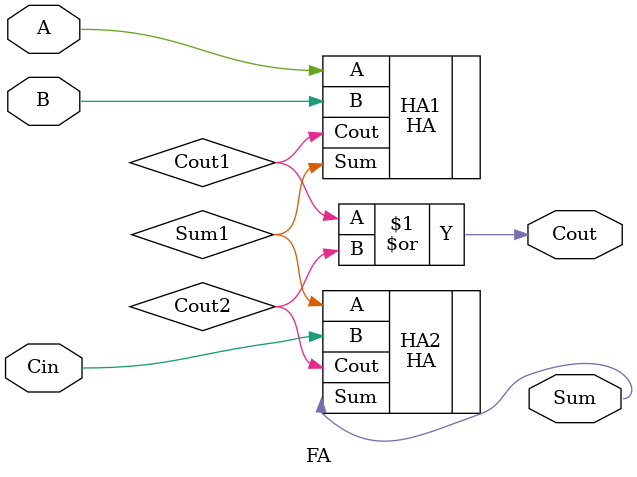
<source format=sv>
`timescale 1ns / 1ps


module FA(
    input A,
    input B,
    input Cin,
    output Sum,
    output Cout
    );

logic Sum1, Cout1, Cout2;

HA HA1(
    .A(A),
    .B(B),
    .Sum(Sum1),
    .Cout(Cout1)
);
HA HA2(
    .A(Sum1),
    .B(Cin),
    .Sum(Sum),
    .Cout(Cout2)
);

assign Cout = Cout1 | Cout2;

endmodule

</source>
